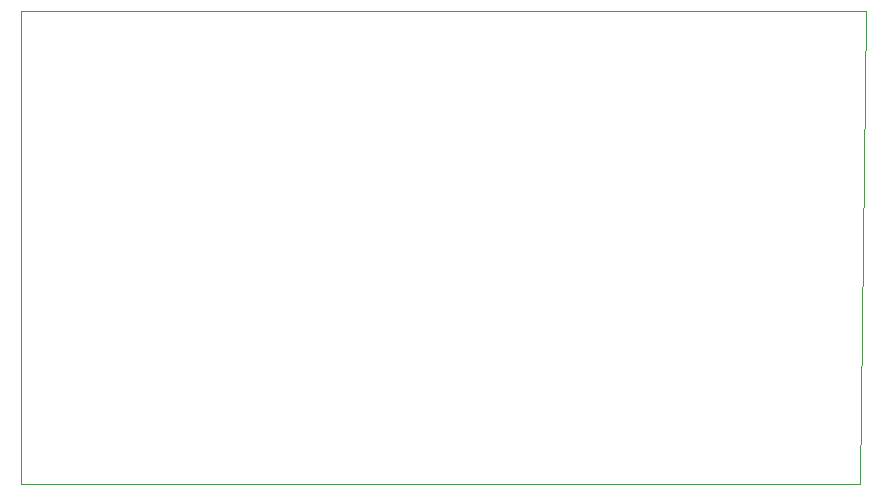
<source format=gbr>
%TF.GenerationSoftware,KiCad,Pcbnew,8.0.5*%
%TF.CreationDate,2024-11-24T20:26:59-06:00*%
%TF.ProjectId,Milestone2,4d696c65-7374-46f6-9e65-322e6b696361,rev?*%
%TF.SameCoordinates,Original*%
%TF.FileFunction,Profile,NP*%
%FSLAX46Y46*%
G04 Gerber Fmt 4.6, Leading zero omitted, Abs format (unit mm)*
G04 Created by KiCad (PCBNEW 8.0.5) date 2024-11-24 20:26:59*
%MOMM*%
%LPD*%
G01*
G04 APERTURE LIST*
%TA.AperFunction,Profile*%
%ADD10C,0.050000*%
%TD*%
G04 APERTURE END LIST*
D10*
X124500000Y-105000000D02*
X124500000Y-65000000D01*
X195500000Y-105000000D02*
X124500000Y-105000000D01*
X196000000Y-65000000D02*
X195500000Y-105000000D01*
X124500000Y-65000000D02*
X196000000Y-65000000D01*
M02*

</source>
